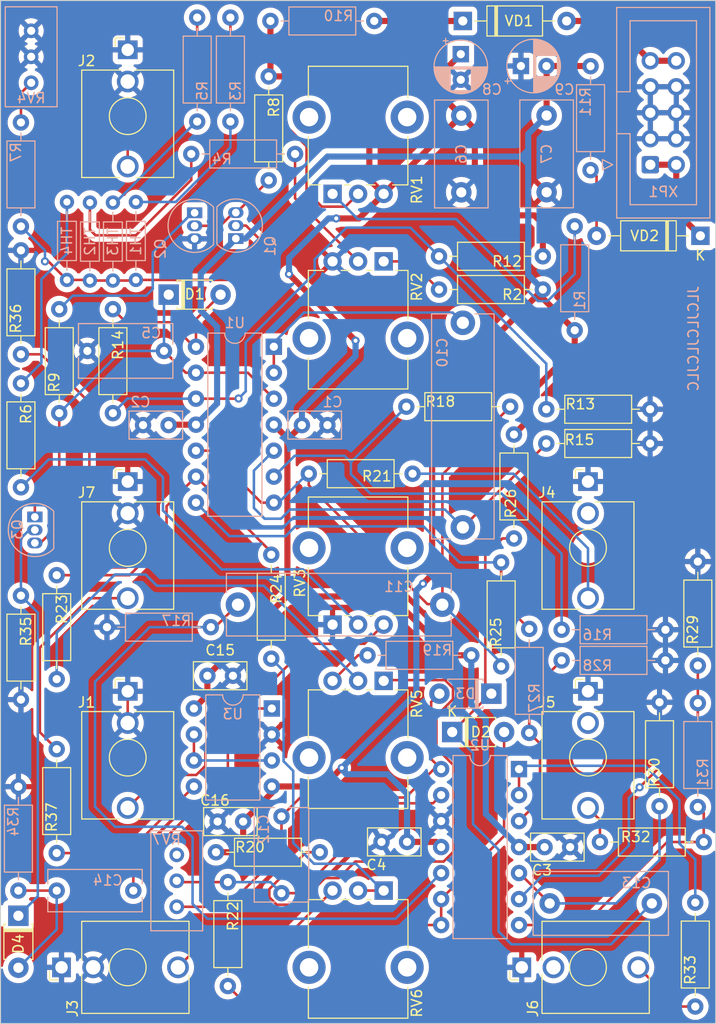
<source format=kicad_pcb>
(kicad_pcb (version 20221018) (generator pcbnew)

  (general
    (thickness 1.6)
  )

  (paper "A4")
  (title_block
    (title "Fireball VCO")
    (date "8/21/2023")
    (rev "2.0 alpha 1")
    (company "Synth Mages")
  )

  (layers
    (0 "F.Cu" signal)
    (31 "B.Cu" signal)
    (32 "B.Adhes" user "B.Adhesive")
    (33 "F.Adhes" user "F.Adhesive")
    (34 "B.Paste" user)
    (35 "F.Paste" user)
    (36 "B.SilkS" user "B.Silkscreen")
    (37 "F.SilkS" user "F.Silkscreen")
    (38 "B.Mask" user)
    (39 "F.Mask" user)
    (40 "Dwgs.User" user "User.Drawings")
    (41 "Cmts.User" user "User.Comments")
    (42 "Eco1.User" user "User.Eco1")
    (43 "Eco2.User" user "User.Eco2")
    (44 "Edge.Cuts" user)
    (45 "Margin" user)
    (46 "B.CrtYd" user "B.Courtyard")
    (47 "F.CrtYd" user "F.Courtyard")
    (48 "B.Fab" user)
    (49 "F.Fab" user)
    (50 "User.1" user)
    (51 "User.2" user)
    (52 "User.3" user)
    (53 "User.4" user)
    (54 "User.5" user)
    (55 "User.6" user)
    (56 "User.7" user)
    (57 "User.8" user)
    (58 "User.9" user)
  )

  (setup
    (stackup
      (layer "F.SilkS" (type "Top Silk Screen"))
      (layer "F.Paste" (type "Top Solder Paste"))
      (layer "F.Mask" (type "Top Solder Mask") (thickness 0.01))
      (layer "F.Cu" (type "copper") (thickness 0.035))
      (layer "dielectric 1" (type "core") (thickness 1.51) (material "FR4") (epsilon_r 4.5) (loss_tangent 0.02))
      (layer "B.Cu" (type "copper") (thickness 0.035))
      (layer "B.Mask" (type "Bottom Solder Mask") (thickness 0.01))
      (layer "B.Paste" (type "Bottom Solder Paste"))
      (layer "B.SilkS" (type "Bottom Silk Screen"))
      (copper_finish "None")
      (dielectric_constraints no)
    )
    (pad_to_mask_clearance 0)
    (grid_origin 84.5 17.5)
    (pcbplotparams
      (layerselection 0x00010fc_ffffffff)
      (plot_on_all_layers_selection 0x0000000_00000000)
      (disableapertmacros false)
      (usegerberextensions false)
      (usegerberattributes true)
      (usegerberadvancedattributes true)
      (creategerberjobfile true)
      (dashed_line_dash_ratio 12.000000)
      (dashed_line_gap_ratio 3.000000)
      (svgprecision 6)
      (plotframeref false)
      (viasonmask true)
      (mode 1)
      (useauxorigin true)
      (hpglpennumber 1)
      (hpglpenspeed 20)
      (hpglpendiameter 15.000000)
      (dxfpolygonmode true)
      (dxfimperialunits true)
      (dxfusepcbnewfont true)
      (psnegative false)
      (psa4output false)
      (plotreference true)
      (plotvalue true)
      (plotinvisibletext false)
      (sketchpadsonfab false)
      (subtractmaskfromsilk false)
      (outputformat 1)
      (mirror false)
      (drillshape 0)
      (scaleselection 1)
      (outputdirectory "./gerbers")
    )
  )

  (net 0 "")
  (net 1 "+12V")
  (net 2 "GNDREF")
  (net 3 "-12V")
  (net 4 "Net-(D1-K)")
  (net 5 "Net-(U1A--)")
  (net 6 "Net-(U1B-+)")
  (net 7 "Net-(U1C-+)")
  (net 8 "Net-(U2C-+)")
  (net 9 "Net-(U2D--)")
  (net 10 "Net-(D3-A)")
  (net 11 "Net-(D2-K)")
  (net 12 "Net-(U2B-+)")
  (net 13 "Net-(D4-A)")
  (net 14 "Net-(D1-A)")
  (net 15 "Net-(C14-Pad1)")
  (net 16 "Net-(D2-A)")
  (net 17 "Net-(D4-K)")
  (net 18 "Net-(R1-Pad1)")
  (net 19 "Net-(Q1-B)")
  (net 20 "Net-(R3-Pad1)")
  (net 21 "Net-(R3-Pad2)")
  (net 22 "Net-(R4-Pad1)")
  (net 23 "Net-(R4-Pad2)")
  (net 24 "Net-(R5-Pad1)")
  (net 25 "Net-(J2-PadT)")
  (net 26 "Net-(R6-Pad1)")
  (net 27 "Net-(R6-Pad2)")
  (net 28 "Net-(R7-Pad2)")
  (net 29 "Net-(Q1-E)")
  (net 30 "Net-(Q2-C)")
  (net 31 "Net-(Q3-E)")
  (net 32 "Net-(R2-Pad2)")
  (net 33 "Net-(R19-Pad2)")
  (net 34 "Net-(R20-Pad1)")
  (net 35 "Net-(J4-PadT)")
  (net 36 "Net-(VD1-K)")
  (net 37 "Net-(R23-Pad2)")
  (net 38 "Net-(R24-Pad2)")
  (net 39 "Net-(R25-Pad2)")
  (net 40 "Net-(VD2-A)")
  (net 41 "Net-(U1D-+)")
  (net 42 "Net-(R31-Pad1)")
  (net 43 "Net-(J5-PadT)")
  (net 44 "Net-(J6-PadT)")
  (net 45 "Net-(U1B--)")
  (net 46 "/FM IN LVL")
  (net 47 "Net-(J3-PadT)")
  (net 48 "unconnected-(RV7-Pad1)")
  (net 49 "Net-(U1C--)")
  (net 50 "Net-(U2A-+)")
  (net 51 "Net-(U2B--)")
  (net 52 "Net-(U2A--)")
  (net 53 "unconnected-(J4-PadTN)")
  (net 54 "unconnected-(J5-PadTN)")
  (net 55 "unconnected-(J6-PadTN)")
  (net 56 "Net-(J7-PadT)")
  (net 57 "Net-(U3B-+)")
  (net 58 "Net-(U3A-+)")
  (net 59 "Net-(VD1-A)")
  (net 60 "Net-(VD2-K)")

  (footprint "Capacitor_THT:C_Disc_D5.0mm_W2.5mm_P2.50mm" (layer "F.Cu") (at 144.85 124.15))

  (footprint "SynthMages:Jack_3.5mm_QingPu_WQP-PJ398SM_Vertical_CircularHoles_Socket_Centered" (layer "F.Cu") (at 136.05 117.9))

  (footprint "Resistor_THT:R_Axial_DIN0207_L6.3mm_D2.5mm_P10.16mm_Horizontal" (layer "F.Cu") (at 145.85 130.07 -90))

  (footprint "SynthMages:Potentiometer_Alpha_RD901F-40-00D_Single_Vertical_CircularHoles_Shaft_Centered" (layer "F.Cu") (at 158.6 76.9 -90))

  (footprint "Resistor_THT:R_Axial_DIN0207_L6.3mm_D2.5mm_P10.16mm_Horizontal" (layer "F.Cu") (at 163.93 90.15 180))

  (footprint "SynthMages:Jack_3.5mm_QingPu_WQP-PJ398SM_Vertical_CircularHoles_Socket_Centered" (layer "F.Cu") (at 181.1 117.9))

  (footprint "Resistor_THT:R_Axial_DIN0207_L6.3mm_D2.5mm_P10.16mm_Horizontal" (layer "F.Cu") (at 125.6 81.32 -90))

  (footprint "SynthMages:Jack_3.5mm_QingPu_WQP-PJ398SM_Vertical_CircularHoles_Socket_Centered" (layer "F.Cu") (at 136.05 97.4))

  (footprint "Resistor_THT:R_Axial_DIN0207_L6.3mm_D2.5mm_P10.16mm_Horizontal" (layer "F.Cu") (at 182.27 126.15))

  (footprint "SynthMages:Jack_3.5mm_QingPu_WQP-PJ398SM_Vertical_CircularHoles_Socket_Centered" (layer "F.Cu") (at 181.1 138.4 90))

  (footprint "SynthMages:Jack_3.5mm_QingPu_WQP-PJ398SM_Vertical_CircularHoles_Socket_Centered" (layer "F.Cu") (at 136.05 55.2))

  (footprint "Resistor_THT:R_Axial_DIN0207_L6.3mm_D2.5mm_P10.16mm_Horizontal" (layer "F.Cu") (at 150.1 98.07 -90))

  (footprint "Resistor_THT:R_Axial_DIN0207_L6.3mm_D2.5mm_P10.16mm_Horizontal" (layer "F.Cu") (at 191.6 142.23 90))

  (footprint "Resistor_THT:R_Axial_DIN0207_L6.3mm_D2.5mm_P10.16mm_Horizontal" (layer "F.Cu") (at 191.85 108.9 90))

  (footprint "Capacitor_THT:C_Disc_D5.0mm_W2.5mm_P2.50mm" (layer "F.Cu") (at 143.85 109.9))

  (footprint "Capacitor_THT:C_Disc_D5.0mm_W2.5mm_P2.50mm" (layer "F.Cu") (at 160.89 126.14))

  (footprint "Resistor_THT:R_Axial_DIN0207_L6.3mm_D2.5mm_P10.16mm_Horizontal" (layer "F.Cu") (at 177.02 87.2))

  (footprint "SynthMages:Potentiometer_Alpha_RD901F-40-00D_Single_Vertical_CircularHoles_Shaft_Centered" (layer "F.Cu") (at 158.6 117.9 -90))

  (footprint "Resistor_THT:R_Axial_DIN0207_L6.3mm_D2.5mm_P10.16mm_Horizontal" (layer "F.Cu") (at 176.68 68.9 180))

  (footprint "Diode_THT:D_A-405_P10.16mm_Horizontal" (layer "F.Cu") (at 192.1 66.9 180))

  (footprint "Capacitor_THT:C_Disc_D5.0mm_W2.5mm_P2.50mm" (layer "F.Cu") (at 176.85 126.65))

  (footprint "Diode_THT:D_T-1_P5.08mm_Horizontal" (layer "F.Cu") (at 167.81 115.4))

  (footprint "SynthMages:Jack_3.5mm_QingPu_WQP-PJ398SM_Vertical_CircularHoles_Socket_Centered" (layer "F.Cu") (at 136.05 138.4 90))

  (footprint "Resistor_THT:R_Axial_DIN0207_L6.3mm_D2.5mm_P10.16mm_Horizontal" (layer "F.Cu") (at 125.6 78.48 90))

  (footprint "Diode_THT:D_T-1_P5.08mm_Horizontal" (layer "F.Cu") (at 140.06 72.65))

  (footprint "Resistor_THT:R_Axial_DIN0207_L6.3mm_D2.5mm_P10.16mm_Horizontal" (layer "F.Cu") (at 176.68 72.15 180))

  (footprint "Resistor_THT:R_Axial_DIN0207_L6.3mm_D2.5mm_P10.16mm_Horizontal" (layer "F.Cu") (at 129.1 127.23 90))

  (footprint "Resistor_THT:R_Axial_DIN0207_L6.3mm_D2.5mm_P10.16mm_Horizontal" (layer "F.Cu") (at 125.6 102.07 -90))

  (footprint "SynthMages:Potentiometer_Alpha_RD901F-40-00D_Single_Vertical_CircularHoles_Shaft_Centered" (layer "F.Cu") (at 158.6 55.3 90))

  (footprint "Resistor_THT:R_Axial_DIN0207_L6.3mm_D2.5mm_P10.16mm_Horizontal" (layer "F.Cu") (at 188.1 122.65 90))

  (footprint "Resistor_THT:R_Axial_DIN0207_L6.3mm_D2.5mm_P10.16mm_Horizontal" (layer "F.Cu") (at 154.85 127.15 180))

  (footprint "Resistor_THT:R_Axial_DIN0207_L6.3mm_D2.5mm_P10.16mm_Horizontal" (layer "F.Cu") (at 149.85 51.32 -90))

  (footprint "Diode_THT:D_T-1_P5.08mm_Horizontal" (layer "F.Cu") (at 125.35 133.36 -90))

  (footprint "Resistor_THT:R_Axial_DIN0207_L6.3mm_D2.5mm_P10.16mm_Horizontal" (layer "F.Cu") (at 177.02 83.85))

  (footprint "Resistor_THT:R_Axial_DIN0207_L6.3mm_D2.5mm_P10.16mm_Horizontal" (layer "F.Cu") (at 172.6 108.98 90))

  (footprint "SynthMages:Potentiometer_Alpha_RD901F-40-00D_Single_Vertical_CircularHoles_Shaft_Centered" (layer "F.Cu") (at 158.6 97.4 90))

  (footprint "Resistor_THT:R_Axial_DIN0207_L6.3mm_D2.5mm_P10.16mm_Horizontal" (layer "F.Cu") (at 129.35 84.23 90))

  (footprint "Resistor_THT:R_Axial_DIN0207_L6.3mm_D2.5mm_P10.16mm_Horizontal" (layer "F.Cu") (at 129.1 100.07 -90))

  (footprint "Resistor_THT:R_Axial_DIN0207_L6.3mm_D2.5mm_P10.16mm_Horizontal" (layer "F.Cu") (at 173.85 96.48 90))

  (footprint "Resistor_THT:R_Axial_DIN0207_L6.3mm_D2.5mm_P10.16mm_Horizontal" (layer "F.Cu") (at 163.32 83.6))

  (footprint "Resistor_THT:R_Axial_DIN0207_L6.3mm_D2.5mm_P10.16mm_Horizontal" (layer "F.Cu") (at 134.6 74.07 -90))

  (footprint "Diode_THT:D_A-405_P10.16mm_Horizontal" (layer "F.Cu")
    (tstamp f00b4898-b17e-4af6-9d4d-9a2526c30da0)
    (at 168.85 45.9)
    (descr "Diode, A-405 series, Axial, Horizontal, pin pitch=10.16mm, , length*diameter=5.2*2.7mm^2, , http://www.diodes.com/_files/packages/A-405.pdf")
    (tags "Diode A-405 series Axial Horizontal pin pitch 10.16mm  length 5.2mm diameter 2.7mm")
    (property "Sheetfile" "Fireball.kicad_sch")
    (property "Sheetname" "")
    (property "ki_description" "Schottky diode")
    (property "ki_keywords" "diode Schottky")
    (path "/b3dd7f2d-1654-418e-a95b-48dc2b12cac5")
    (attr through_hole)
    (fp_text reference "VD1" (at 5.5 0) (layer "F.SilkS")
        (effects (font (size 1 1) (thickness 0.15)))
      (tstamp 0d52b09d-3639-41ce-ad8f-b1b1953bc5c5)
    )
    (fp_text value "1N5819" (at 5.08 2.25) (layer "F.Fab")
        (effects (font (size 1 1) (thickness 0.15)))
      (tstamp 802210df-0d40-4607-97d4-381a71f8b821)
    )
    (fp_text user "${REFERENCE}" (at 5.47 0) (layer "F.Fab")
        (effects (font (size 1 1) (thickness 0.15)))
      (t
... [1314174 chars truncated]
</source>
